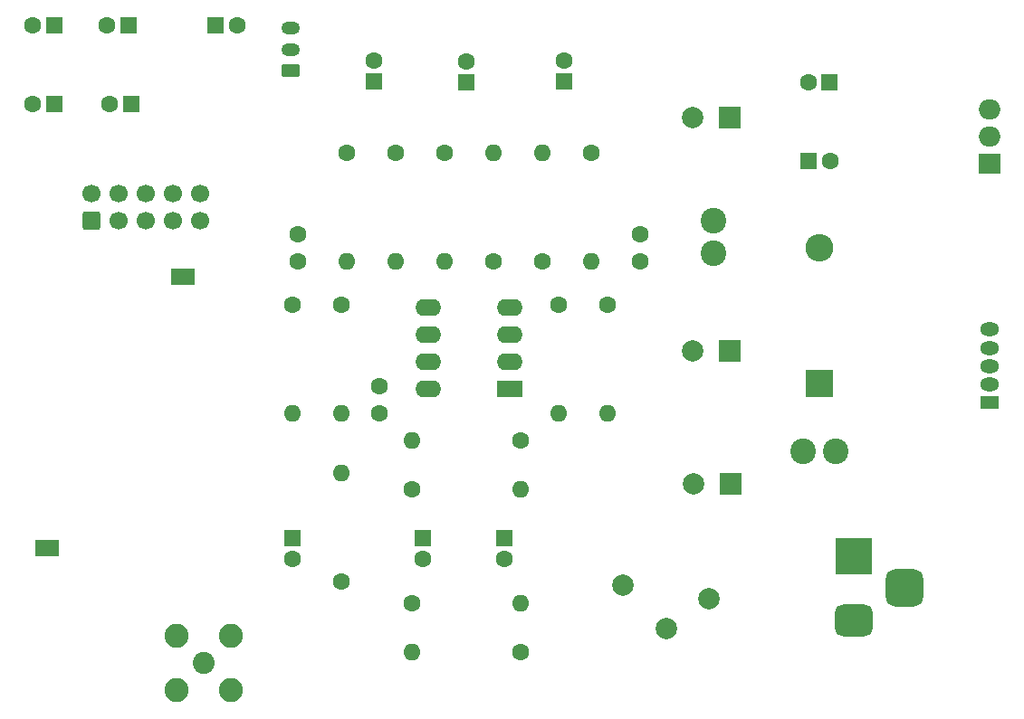
<source format=gbr>
%TF.GenerationSoftware,KiCad,Pcbnew,7.0.9*%
%TF.CreationDate,2024-03-08T21:09:09+01:00*%
%TF.ProjectId,SI4684,53493436-3834-42e6-9b69-6361645f7063,A*%
%TF.SameCoordinates,Original*%
%TF.FileFunction,Soldermask,Bot*%
%TF.FilePolarity,Negative*%
%FSLAX46Y46*%
G04 Gerber Fmt 4.6, Leading zero omitted, Abs format (unit mm)*
G04 Created by KiCad (PCBNEW 7.0.9) date 2024-03-08 21:09:09*
%MOMM*%
%LPD*%
G01*
G04 APERTURE LIST*
G04 Aperture macros list*
%AMRoundRect*
0 Rectangle with rounded corners*
0 $1 Rounding radius*
0 $2 $3 $4 $5 $6 $7 $8 $9 X,Y pos of 4 corners*
0 Add a 4 corners polygon primitive as box body*
4,1,4,$2,$3,$4,$5,$6,$7,$8,$9,$2,$3,0*
0 Add four circle primitives for the rounded corners*
1,1,$1+$1,$2,$3*
1,1,$1+$1,$4,$5*
1,1,$1+$1,$6,$7*
1,1,$1+$1,$8,$9*
0 Add four rect primitives between the rounded corners*
20,1,$1+$1,$2,$3,$4,$5,0*
20,1,$1+$1,$4,$5,$6,$7,0*
20,1,$1+$1,$6,$7,$8,$9,0*
20,1,$1+$1,$8,$9,$2,$3,0*%
G04 Aperture macros list end*
%ADD10C,1.600000*%
%ADD11O,1.600000X1.600000*%
%ADD12C,2.400000*%
%ADD13R,2.000000X1.905000*%
%ADD14O,2.000000X1.905000*%
%ADD15C,2.050000*%
%ADD16C,2.250000*%
%ADD17R,2.000000X2.000000*%
%ADD18C,2.000000*%
%ADD19R,1.600000X1.600000*%
%ADD20R,2.600000X2.600000*%
%ADD21O,2.600000X2.600000*%
%ADD22R,2.400000X1.600000*%
%ADD23O,2.400000X1.600000*%
%ADD24R,2.286000X1.500000*%
%ADD25R,3.500000X3.500000*%
%ADD26RoundRect,0.750000X1.000000X-0.750000X1.000000X0.750000X-1.000000X0.750000X-1.000000X-0.750000X0*%
%ADD27RoundRect,0.875000X0.875000X-0.875000X0.875000X0.875000X-0.875000X0.875000X-0.875000X-0.875000X0*%
%ADD28R,1.800000X1.275000*%
%ADD29O,1.800000X1.275000*%
%ADD30RoundRect,0.250000X0.625000X-0.350000X0.625000X0.350000X-0.625000X0.350000X-0.625000X-0.350000X0*%
%ADD31O,1.750000X1.200000*%
%ADD32RoundRect,0.250000X0.600000X-0.600000X0.600000X0.600000X-0.600000X0.600000X-0.600000X-0.600000X0*%
%ADD33C,1.700000*%
G04 APERTURE END LIST*
D10*
%TO.C,R19*%
X136777000Y-97028000D03*
D11*
X136777000Y-107188000D03*
%TD*%
D12*
%TO.C,L6*%
X171575000Y-92202000D03*
X171575000Y-89202000D03*
%TD*%
D13*
%TO.C,U4*%
X197358000Y-83820000D03*
D14*
X197358000Y-81280000D03*
X197358000Y-78740000D03*
%TD*%
D15*
%TO.C,J2*%
X123886400Y-130556000D03*
D16*
X121346400Y-128016000D03*
X121346400Y-133096000D03*
X126426400Y-128016000D03*
X126426400Y-133096000D03*
%TD*%
D10*
%TO.C,R14*%
X146429000Y-82804000D03*
D11*
X146429000Y-92964000D03*
%TD*%
D10*
%TO.C,R12*%
X155573000Y-92964000D03*
D11*
X155573000Y-82804000D03*
%TD*%
D10*
%TO.C,R23*%
X143381000Y-124968000D03*
D11*
X153541000Y-124968000D03*
%TD*%
D17*
%TO.C,C13*%
X173099000Y-101346000D03*
D18*
X169599000Y-101346000D03*
%TD*%
D19*
%TO.C,C11*%
X109921113Y-78232000D03*
D10*
X107921113Y-78232000D03*
%TD*%
D19*
%TO.C,C22*%
X182436113Y-76200000D03*
D10*
X180436113Y-76200000D03*
%TD*%
%TO.C,R6*%
X137285000Y-82804000D03*
D11*
X137285000Y-92964000D03*
%TD*%
D20*
%TO.C,D2*%
X181481000Y-104394000D03*
D21*
X181481000Y-91694000D03*
%TD*%
D10*
%TO.C,R18*%
X161669000Y-97028000D03*
D11*
X161669000Y-107188000D03*
%TD*%
D19*
%TO.C,C8*%
X116840000Y-70866000D03*
D10*
X114840000Y-70866000D03*
%TD*%
D22*
%TO.C,U6*%
X152525000Y-104892000D03*
D23*
X152525000Y-102352000D03*
X152525000Y-99812000D03*
X152525000Y-97272000D03*
X144905000Y-97272000D03*
X144905000Y-99812000D03*
X144905000Y-102352000D03*
X144905000Y-104892000D03*
%TD*%
D10*
%TO.C,R15*%
X141857000Y-82804000D03*
D11*
X141857000Y-92964000D03*
%TD*%
D19*
%TO.C,C20*%
X125000000Y-70866000D03*
D10*
X127000000Y-70866000D03*
%TD*%
D19*
%TO.C,C37*%
X148461000Y-76232000D03*
D10*
X148461000Y-74232000D03*
%TD*%
D18*
%TO.C,J5*%
X163132000Y-123317000D03*
X171132000Y-124567000D03*
X167132000Y-127317000D03*
%TD*%
D10*
%TO.C,R17*%
X157097000Y-97028000D03*
D11*
X157097000Y-107188000D03*
%TD*%
D10*
%TO.C,C33*%
X132713000Y-90464000D03*
X132713000Y-92964000D03*
%TD*%
D19*
%TO.C,C31*%
X132156200Y-118872000D03*
D10*
X132156200Y-120872000D03*
%TD*%
D19*
%TO.C,C10*%
X117094000Y-78232000D03*
D10*
X115094000Y-78232000D03*
%TD*%
%TO.C,C32*%
X164717000Y-90464000D03*
X164717000Y-92964000D03*
%TD*%
D19*
%TO.C,C24*%
X180465000Y-83566000D03*
D10*
X182465000Y-83566000D03*
%TD*%
%TO.C,R13*%
X151001000Y-92964000D03*
D11*
X151001000Y-82804000D03*
%TD*%
D10*
%TO.C,R22*%
X143381000Y-114300000D03*
D11*
X153541000Y-114300000D03*
%TD*%
D24*
%TO.C,REF\u002A\u002A*%
X109204400Y-119811800D03*
X121904400Y-94411800D03*
%TD*%
D10*
%TO.C,R24*%
X153541000Y-129540000D03*
D11*
X143381000Y-129540000D03*
%TD*%
D12*
%TO.C,L5*%
X179981000Y-110744000D03*
X182981000Y-110744000D03*
%TD*%
D19*
%TO.C,C9*%
X109921113Y-70866000D03*
D10*
X107921113Y-70866000D03*
%TD*%
D19*
%TO.C,C28*%
X139825000Y-76168000D03*
D10*
X139825000Y-74168000D03*
%TD*%
D19*
%TO.C,C27*%
X157605000Y-76168000D03*
D10*
X157605000Y-74168000D03*
%TD*%
%TO.C,R20*%
X132205000Y-97028000D03*
D11*
X132205000Y-107188000D03*
%TD*%
D25*
%TO.C,J1*%
X184716500Y-120571000D03*
D26*
X184716500Y-126571000D03*
D27*
X189416500Y-123571000D03*
%TD*%
D28*
%TO.C,U2*%
X197358000Y-106172000D03*
D29*
X197358000Y-104472000D03*
X197358000Y-102772000D03*
X197358000Y-101072000D03*
X197358000Y-99372000D03*
%TD*%
D19*
%TO.C,C42*%
X144397000Y-118872000D03*
D10*
X144397000Y-120872000D03*
%TD*%
D30*
%TO.C,J3*%
X132038000Y-75152000D03*
D31*
X132038000Y-73152000D03*
X132038000Y-71152000D03*
%TD*%
D10*
%TO.C,R16*%
X136777000Y-122936000D03*
D11*
X136777000Y-112776000D03*
%TD*%
D32*
%TO.C,J4*%
X113377400Y-89154000D03*
D33*
X113377400Y-86614000D03*
X115917400Y-89154000D03*
X115917400Y-86614000D03*
X118457400Y-89154000D03*
X118457400Y-86614000D03*
X120997400Y-89154000D03*
X120997400Y-86614000D03*
X123537400Y-89154000D03*
X123537400Y-86614000D03*
%TD*%
D17*
%TO.C,C2*%
X173192677Y-113792000D03*
D18*
X169692677Y-113792000D03*
%TD*%
D10*
%TO.C,R7*%
X160145000Y-82804000D03*
D11*
X160145000Y-92964000D03*
%TD*%
D10*
%TO.C,C36*%
X140333000Y-104688000D03*
X140333000Y-107188000D03*
%TD*%
%TO.C,R21*%
X153541000Y-109728000D03*
D11*
X143381000Y-109728000D03*
%TD*%
D17*
%TO.C,C16*%
X173099000Y-79502000D03*
D18*
X169599000Y-79502000D03*
%TD*%
D19*
%TO.C,C43*%
X152017000Y-118872000D03*
D10*
X152017000Y-120872000D03*
%TD*%
M02*

</source>
